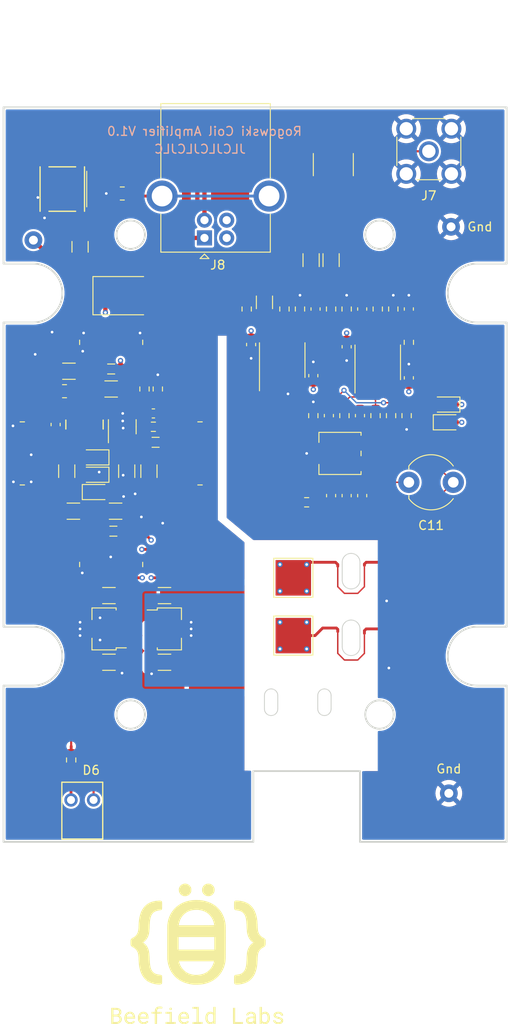
<source format=kicad_pcb>
(kicad_pcb (version 20211014) (generator pcbnew)
  (layers (0 "F.Cu" signal) (1 "In1.Cu" signal) (2 "In2.Cu" signal) (31 "B.Cu" signal) (34 "B.Paste" user) (35 "F.Paste" user) (36 "B.SilkS" user "B.Silkscreen") (37 "F.SilkS" user "F.Silkscreen") (38 "B.Mask" user) (39 "F.Mask" user) (44 "Edge.Cuts" user))
  (net 0 "")
  (net 1 "VDD")
  (net 2 "GND")
  (net 3 "VSS")
  (net 4 "Net-(C4-Pad2)")
  (net 5 "Net-(C14-Pad2)")
  (net 6 "/int_fb")
  (net 7 "Net-(C15-Pad1)")
  (net 8 "Net-(C15-Pad2)")
  (net 9 "Net-(C17-Pad2)")
  (net 10 "Net-(C19-Pad1)")
  (net 11 "/int_out")
  (net 12 "/VBUS")
  (net 13 "Net-(GD1-Pad1)")
  (net 14 "Net-(R2-Pad2)")
  (net 15 "Net-(R5-Pad1)")
  (net 16 "Net-(R11-Pad1)")
  (net 17 "Net-(D11-Pad1)")
  (net 18 "Net-(C16-Pad2)")
  (net 19 "Net-(C21-Pad1)")
  (net 20 "Net-(C21-Pad2)")
  (net 21 "Net-(C22-Pad1)")
  (net 22 "/VDD_unreg")
  (net 23 "Net-(C23-Pad1)")
  (net 24 "/VSS_unreg")
  (net 25 "Net-(C28-Pad1)")
  (net 26 "Net-(C29-Pad2)")
  (net 27 "/out")
  (net 28 "Net-(U1-Pad1)")
  (net 29 "Net-(D6-Pad2)")
  (net 30 "Net-(F1-Pad1)")
  (net 31 "Net-(E1-Pad2)")
  (net 32 "Net-(J8-Pad1)")
  (net 35 "Net-(J8-Pad4)")
  (net 36 "Net-(J8-Pad5)")
  (net 37 "Net-(R15-Pad1)")
  (net 38 "Net-(C1-Pad1)")
  (net 39 "/return_kelvin")
  (footprint "wbraun_smd:L_CommonModeChoke_Murata_DLW5BTM" (layer "F.Cu") (at 82.5 73.25 -90)
    (fp_text reference "L2" hide)
    (fp_text value "DLW5BTM142SQ2L" hide)
  )
  (footprint "Capacitor_SMD:C_0603_1608Metric" (layer "F.Cu") (at 103.75 90.75 -90)
    (fp_text reference "C5" hide)
    (fp_text value "0.47u" hide)
  )
  (footprint "Inductor_SMD:L_0805_2012Metric" (layer "F.Cu") (at 93 101.75)
    (fp_text reference "FB3" hide)
    (fp_text value "FerriteBead_Small" hide)
  )
  (footprint "Package_SO:SOIC-8_3.9x4.9mm_P1.27mm" (layer "F.Cu") (at 107.25 92.5 90)
    (fp_text reference "U1" hide)
    (fp_text value "TLV2172" hide)
  )
  (footprint "Capacitor_SMD:C_0603_1608Metric" (layer "F.Cu") (at 116.25 107.75 90)
    (fp_text reference "C9" hide)
    (fp_text value "100p" hide)
  )
  (footprint "Resistor_SMD:R_0603_1608Metric" (layer "F.Cu") (at 110 108.5)
    (fp_text reference "R1" hide)
    (fp_text value "47")
  )
  (footprint "Capacitor_SMD:C_1206_3216Metric" (layer "F.Cu") (at 83.75 109.5)
    (fp_text reference "C3" hide)
    (fp_text value "10u")
  )
  (footprint "Resistor_SMD:R_0603_1608Metric" (layer "F.Cu") (at 109.25 86.75 -90)
    (fp_text reference "R9" hide)
    (fp_text value "2k")
  )
  (footprint "Diode_SMD:D_SOD-323F" (layer "F.Cu") (at 125.75 97.5 180)
    (fp_text reference "D1" hide)
    (fp_text value "1N4148" hide)
  )
  (footprint "Diode_SMD:D_SOD-323" (layer "F.Cu") (at 86.25 105.4 180)
    (fp_text reference "D4" hide)
    (fp_text value "BAT760-7")
  )
  (footprint "Capacitor_SMD:C_1206_3216Metric" (layer "F.Cu") (at 105.25 86 90)
    (fp_text reference "C15" hide)
    (fp_text value "47n")
  )
  (footprint "Capacitor_SMD:C_1206_3216Metric" (layer "F.Cu") (at 94 126.5 180)
    (fp_text reference "C31" hide)
    (fp_text value "10u" hide)
  )
  (footprint "Capacitor_SMD:C_1206_3216Metric" (layer "F.Cu") (at 83 105 90)
    (fp_text reference "C23" hide)
    (fp_text value "10u" hide)
  )
  (footprint "TestPoint:TestPoint_Pad_4.0x4.0mm" (layer "F.Cu") (at 108.5 117)
    (fp_text reference "TP11" hide)
    (fp_text value "TestPoint" hide)
  )
  (footprint "Resistor_SMD:R_0603_1608Metric" (layer "F.Cu") (at 121.5 90.5 -90)
    (fp_text reference "R10" hide)
    (fp_text value "470" hide)
  )
  (footprint "Resistor_SMD:R_0603_1608Metric" (layer "F.Cu") (at 93.25 95.75 -90)
    (fp_text reference "R16" hide)
    (fp_text value "13k" hide)
  )
  (footprint "Capacitor_SMD:C_0603_1608Metric" (layer "F.Cu") (at 116 98.75 -90)
    (fp_text reference "C14" hide)
    (fp_text value "330p" hide)
  )
  (footprint "Diode_SMD:D_SMB" (layer "F.Cu") (at 89.5 85.25)
    (fp_text reference "D11" hide)
    (fp_text value "P6SMB6.8CA/TR13")
  )
  (footprint "Inductor_SMD:L_0805_2012Metric" (layer "F.Cu") (at 88.25 111.75)
    (fp_text reference "FB4" hide)
    (fp_text value "FerriteBead_Small" hide)
  )
  (footprint "wbraun_smd:Spark_Gap" (layer "F.Cu") (at 119.25 124.5 90)
    (fp_text reference "E2" hide)
    (fp_text value "SparkGap" hide)
  )
  (footprint "Resistor_SMD:R_1206_3216Metric" (layer "F.Cu") (at 110.5 81.25 -90)
    (fp_text reference "R21" hide)
    (fp_text value "100")
  )
  (footprint "wbraun_smd:L_VLCF4020" (layer "F.Cu") (at 85 99.75)
    (fp_text reference "L1" hide)
    (fp_text value "10u" hide)
  )
  (footprint "Capacitor_SMD:C_1206_3216Metric" (layer "F.Cu") (at 92.25 105 -90)
    (fp_text reference "C2" hide)
    (fp_text value "10u")
  )
  (footprint "wbraun_smd:THM_MINI" (layer "F.Cu") (at 126.25 77.5)
    (fp_text reference "TP4" hide)
    (fp_text value "TestPoint" hide)
  )
  (footprint "Capacitor_SMD:C_1206_3216Metric" (layer "F.Cu") (at 87.75 126.5 180)
    (fp_text reference "C30" hide)
    (fp_text value "10u" hide)
  )
  (footprint "Resistor_SMD:R_0603_1608Metric" (layer "F.Cu") (at 107.5 86.75 90)
    (fp_text reference "R7" hide)
    (fp_text value "22k")
  )
  (footprint "Fuse:Fuse_1206_3216Metric" (layer "F.Cu") (at 84.5 79.75 -90)
    (fp_text reference "F1" hide)
    (fp_text value "0.5A" hide)
  )
  (footprint "Capacitor_SMD:C_0603_1608Metric" (layer "F.Cu") (at 116.25 86.75 -90)
    (fp_text reference "C17" hide)
    (fp_text value "DNP")
  )
  (footprint "Capacitor_SMD:C_1206_3216Metric" (layer "F.Cu") (at 87.75 119 180)
    (fp_text reference "C28" hide)
    (fp_text value "10u" hide)
  )
  (footprint "wbraun_smd:Spark_Gap" (layer "F.Cu") (at 119 117 90)
    (fp_text reference "E1" hide)
    (fp_text value "SparkGap" hide)
  )
  (footprint "Resistor_SMD:R_0603_1608Metric" (layer "F.Cu") (at 83.5 137.5 90)
    (fp_text reference "R25" hide)
    (fp_text value "4.7k")
  )
  (footprint "wbraun_smd:Beefield_logo" (layer "F.Cu") (at 97.75 159.25)
    (fp_text reference "G***" hide)
    (fp_text value "LOGO" hide)
  )
  (footprint "wbraun_smd:Shield_Clip_ECT81800C036" (layer "F.Cu") (at 98 103 90)
    (fp_text reference "J4" hide)
    (fp_text value "ECT81800C036" hide)
  )
  (footprint "Resistor_SMD:R_0603_1608Metric" (layer "F.Cu") (at 91.75 95.75 90)
    (fp_text reference "R15" hide)
    (fp_text value "82k" hide)
  )
  (footprint "Capacitor_SMD:C_0603_1608Metric" (layer "F.Cu") (at 114.5 91 -90)
    (fp_text reference "C12" hide)
    (fp_text value "0.47u" hide)
  )
  (footprint "wbraun_smd:Shield_Clip_ECT81800C036" (layer "F.Cu") (at 78 103 90)
    (fp_text reference "J2" hide)
    (fp_text value "ECT81800C036" hide)
  )
  (footprint "Capacitor_SMD:C_1206_3216Metric" (layer "F.Cu") (at 88 95.75)
    (fp_text reference "C20" hide)
    (fp_text value "10u" hide)
  )
  (footprint "Capacitor_SMD:C_0603_1608Metric" (layer "F.Cu") (at 112.5 98.75 -90)
    (fp_text reference "C4" hide)
    (fp_text value "DNP")
  )
  (footprint "Resistor_SMD:R_0603_1608Metric" (layer "F.Cu") (at 110.75 98.75 90)
    (fp_text reference "R6" hide)
    (fp_text value "DNP")
  )
  (footprint "Potentiometer_SMD:Potentiometer_Bourns_3314G_Vertical" (layer "F.Cu") (at 113.75 103 -90)
    (fp_text reference "RV1" hide)
    (fp_text value "200")
  )
  (footprint "Resistor_SMD:R_0603_1608Metric" (layer "F.Cu") (at 118 86.75 -90)
    (fp_text reference "R12" hide)
    (fp_text value "470" hide)
  )
  (footprint "Resistor_SMD:R_0603_1608Metric" (layer "F.Cu") (at 117.75 98.75 90)
    (fp_text reference "R5" hide)
    (fp_text value "365" hide)
  )
  (footprint "TestPoint:TestPoint_Pad_4.0x4.0mm" (layer "F.Cu") (at 108.5 123.5)
    (fp_text reference "TP12" hide)
    (fp_text value "TestPoint" hide)
  )
  (footprint "Diode_SMD:D_SOD-323" (layer "F.Cu") (at 86.25 107.35)
    (fp_text reference "D5" hide)
    (fp_text value "BAT760-7")
  )
  (footprint "wbraun_smd:Shield_Clip_ECT81800C036" (layer "F.Cu") (at 88 90.5)
    (fp_text reference "J1" hide)
    (fp_text value "ECT81800C036" hide)
  )
  (footprint "wbraun_smd:USB_B_OST_USB-B1HSxx_Horizontal" (layer "F.Cu") (at 98.5 78.75 90)
    (fp_text reference "J8")
    (fp_text value "USB_B" hide)
  )
  (footprint "Resistor_SMD:R_0805_2012Metric" (layer "F.Cu") (at 89.25 73.75 180)
    (fp_text reference "R19" hide)
    (fp_text value "DNP" hide)
  )
  (footprint "Capacitor_SMD:C_0603_1608Metric" (layer "F.Cu") (at 111 86.75 -90)
    (fp_text reference "C16" hide)
    (fp_text value "DNP")
  )
  (footprint "Capacitor_SMD:C_0603_1608Metric" (layer "F.Cu") (at 92.75 98.5)
    (fp_text reference "C22" hide)
    (fp_text value "330p" hide)
  )
  (footprint "NetTie:NetTie-2_SMD_Pad0.5mm" (layer "F.Cu") (at 110.75 106.25 180)
    (fp_text reference "NT1" hide)
    (fp_text value "NetTie_2" hide)
  )
  (footprint "Resistor_SMD:R_1206_3216Metric" (layer "F.Cu") (at 112.75 81.25 -90)
    (fp_text reference "R13" hide)
    (fp_text value "100" hide)
  )
  (footprint "Capacitor_SMD:C_1206_3216Metric" (layer "F.Cu") (at 89.75 105 -90)
    (fp_text reference "C25" hide)
    (fp_text value "10u" hide)
  )
  (footprint "Capacitor_SMD:C_0603_1608Metric" (layer "F.Cu") (at 114.5 107.75 90)
    (fp_text reference "C10" hide)
    (fp_text value "DNP" hide)
  )
  (footprint "Resistor_SMD:R_0603_1608Metric" (layer "F.Cu") (at 119.75 86.75 90)
    (fp_text reference "R11" hide)
    (fp_text value "470" hide)
  )
  (footprint "Capacitor_SMD:C_1206_3216Metric" (layer "F.Cu") (at 83.25 93.75 180)
    (fp_text reference "C7" hide)
    (fp_text value "10u")
  )
  (footprint "Resistor_SMD:R_0603_1608Metric" (layer "F.Cu") (at 114.5 86.75 90)
    (fp_text reference "R20" hide)
    (fp_text value "DNP")
  )
  (footprint "Resistor_SMD:R_0603_1608Metric" (layer "F.Cu") (at 119.5 98.75 90)
    (fp_text reference "R2" hide)
    (fp_text value "22k" hide)
  )
  (footprint "wbraun_smd:THM_MINI" (layer "F.Cu") (at 126 141.25)
    (fp_text reference "TP6" hide)
    (fp_text value "TestPoint" hide)
  )
  (footprint "Resistor_SMD:R_0603_1608Metric" (layer "F.Cu") (at 112.75 86.75 90)
    (fp_text reference "R8" hide)
    (fp_text value "10k")
  )
  (footprint "Resistor_SMD:R_0603_1608Metric" (layer "F.Cu") (at 92.75 100 180)
    (fp_text reference "R18" hide)
    (fp_text value "82k" hide)
  )
  (footprint "Resistor_SMD:R_0805_2012Metric" (layer "F.Cu") (at 82.75 96 180)
    (fp_text reference "R17" hide)
    (fp_text value "DNP" hide)
  )
  (footprint "wbraun_smd:GDT_1812" (layer "F.Cu") (at 113 70.5 90)
    (fp_text reference "GD1" hide)
    (fp_text value "GDT_2Pin" hide)
  )
  (footprint "Package_TO_SOT_SMD:SOT-89-3" (layer "F.Cu") (at 94.25 122.75)
    (fp_text reference "U5" hide)
    (fp_text value "MC79L06F-TP" hide)
  )
  (footprint "Capacitor_SMD:C_0603_1608Metric" (layer "F.Cu") (at 110.75 94.25 -90)
    (fp_text reference "C6" hide)
    (fp_text value "0.47u" hide)
  )
  (footprint "Resistor_SMD:R_0603_1608Metric" (layer "F.Cu") (at 121.25 98.75 90)
    (fp_text reference "R3" hide)
    (fp_text value "8.2k" hide)
  )
  (footprint "Capacitor_SMD:C_0603_1608Metric" (layer "F.Cu") (at 81.75 99.75 -90)
    (fp_text reference "C21" hide)
    (fp_text value "DNP" hide)
  )
  (footprint "Inductor_SMD:L_0805_2012Metric" (layer "F.Cu") (at 88 93.5 180)
    (fp_text reference "FB5" hide)
    (fp_text value "FerriteBead_Small" hide)
  )
  (footprint "Diode_SMD:D_SOD-323" (layer "F.Cu") (at 86.25 103.45 180)
    (fp_text reference "D3" hide)
    (fp_text value "BAT760-7")
  )
  (footprint "wbraun_smd:LED-T1-RIGHT-ANGLE_4.6x4.4mm" (layer "F.Cu") (at 84.75 142 90)
    (fp_text reference "D6")
    (fp_text value "LTST-S220KGKT")
  )
  (footprint "Capacitor_SMD:C_1206_3216Metric" (layer "F.Cu") (at 88.5 109.5 180)
    (fp_text reference "C27" hide)
    (fp_text value "10u" hide)
  )
  (footprint "Capacitor_SMD:C_1206_3216Metric" (layer "F.Cu") (at 94 119)
    (fp_text reference "C29" hide)
    (fp_text value "10u" hide)
  )
  (footprint "Package_SO:SOIC-8_3.9x4.9mm_P1.27mm" (layer "F.Cu") (at 118 92.75 90)
    (fp_text reference "U2" hide)
    (fp_text value "OPA2822" hide)
  )
  (footprint "Package_TO_SOT_SMD:SOT-89-3" (layer "F.Cu") (at 87.5 122.75 180)
    (fp_text reference "U4" hide)
    (fp_text value "MC78L06F-TP" hide)
  )
  (footprint "wbraun_smd:Shield_Clip_ECT81800C036" (layer "F.Cu") (at 88 115.5)
    (fp_text reference "J3" hide)
    (fp_text value "ECT81800C036" hide)
  )
  (footprint "Resistor_SMD:R_0603_1608Metric" (layer "F.Cu") (at 103.25 86.75 -90)
    (fp_text reference "R4" hide)
    (fp_text value "22k" hide)
  )
  (footprint "wbraun_smd:C_Trimmer_GKG_6mm" (layer "F.Cu") (at 124 106.25 180)
    (fp_text reference "C11")
    (fp_text value "12-60p")
  )
  (footprint "Capacitor_SMD:C_0603_1608Metric" (layer "F.Cu") (at 121.5 86.75 90)
    (fp_text reference "C19" hide)
    (fp_text value "10p" hide)
  )
  (footprint "Package_TO_SOT_SMD:SOT-23-5" (layer "F.Cu") (at 89.25 100 90)
    (fp_text reference "U3" hide)
    (fp_text value "LMR62014XMF" hide)
  )
  (footprint "Resistor_SMD:R_0603_1608Metric" (layer "F.Cu") (at 114.25 98.75 -90)
    (fp_text reference "R14" hide)
    (fp_text value "0" hide)
  )
  (footprint "wbraun_smd:THM_MINI" (layer "F.Cu") (at 79.25 79)
    (fp_text reference "TP14" hide)
    (fp_text value "TestPoint" hide)
  )
  (footprint "Diode_SMD:D_SOD-323F" (layer "F.Cu") (at 125.75 99.5)
    (fp_text reference "D2" hide)
    (fp_text value "1N4148" hide)
  )
  (footprint "wbraun_smd:SMA_Molex_73251-2200_Horizontal" (layer "F.Cu") (at 123.75 69)
    (fp_text reference "J7")
    (fp_text value "Conn_Coaxial" hide)
  )
  (footprint "Capacitor_SMD:C_0603_1608Metric" (layer "F.Cu") (at 112.75 107.75 90)
    (fp_text reference "C1" hide)
    (fp_text value "DNP" hide)
  )
  (footprint "Capacitor_SMD:C_0603_1608Metric" (layer "F.Cu") (at 121.5 94.5 -90)
    (fp_text reference "C13" hide)
    (fp_text value "0.47u" hide)
  )
  (gr_line (start 132.5 64.054126) (end 75.888747 64.054126) (layer "Edge.Cuts") (width 0.2))
  (gr_line (start 132.5 88.270217) (end 129.194374 88.270217) (layer "Edge.Cuts") (width 0.2))
  (gr_line (start 111.25 130.25) (end 111.25 131.75) (layer "Edge.Cuts") (width 0.1))
  (gr_circle (center 90.194374 132.385108) (end 91.794374 132.385108) (layer "Edge.Cuts") (width 0.2) (fill none))
  (gr_arc (start 116 117.25) (mid 115 118.25) (end 114 117.25) (layer "Edge.Cuts") (width 0.1))
  (gr_line (start 132.5 122.5) (end 132.5 88.270217) (layer "Edge.Cuts") (width 0.2))
  (gr_line (start 75.888747 146.716091) (end 104 146.716091) (layer "Edge.Cuts") (width 0.2))
  (gr_arc (start 111.25 130.25) (mid 112 129.5) (end 112.75 130.25) (layer "Edge.Cuts") (width 0.1))
  (gr_line (start 106.75 130.25) (end 106.75 131.75) (layer "Edge.Cuts") (width 0.1))
  (gr_line (start 114 117.25) (end 114 115.25) (layer "Edge.Cuts") (width 0.1))
  (gr_line (start 132.5 81.638034) (end 132.5 64.054126) (layer "Edge.Cuts") (width 0.2))
  (gr_arc (start 129.194374 129.132183) (mid 125.878279 125.816088) (end 129.194374 122.5) (layer "Edge.Cuts") (width 0.2))
  (gr_line (start 75.888747 64.054126) (end 75.888747 81.638034) (layer "Edge.Cuts") (width 0.2))
  (gr_arc (start 112.75 131.75) (mid 112 132.5) (end 111.25 131.75) (layer "Edge.Cuts") (width 0.1))
  (gr_arc (start 114 122.75) (mid 115 121.75) (end 116 122.75) (layer "Edge.Cuts") (width 0.1))
  (gr_line (start 129.194374 122.5) (end 132.5 122.5) (layer "Edge.Cuts") (width 0.2))
  (gr_line (start 132.5 129.132183) (end 129.194374 129.132183) (layer "Edge.Cuts") (width 0.2))
  (gr_line (start 75.888747 81.638034) (end 79.194374 81.638034) (layer "Edge.Cuts") (width 0.2))
  (gr_line (start 75.888747 129.132183) (end 75.888747 146.716091) (layer "Edge.Cuts") (width 0.2))
  (gr_line (start 104 138.75) (end 104 146.716091) (layer "Edge.Cuts") (width 0.2))
  (gr_line (start 116 138.75) (end 116 146.716091) (layer "Edge.Cuts") (width 0.2))
  (gr_arc (start 129.194374 88.270217) (mid 125.878285 84.954128) (end 129.194374 81.638034) (layer "Edge.Cuts") (width 0.2))
  (gr_line (start 75.888747 122.5) (end 79.194374 122.5) (layer "Edge.Cuts") (width 0.2))
  (gr_line (start 116 146.716091) (end 132.5 146.716091) (layer "Edge.Cuts") (width 0.2))
  (gr_line (start 116 117.25) (end 116 115.25) (layer "Edge.Cuts") (width 0.1))
  (gr_line (start 112.75 130.25) (end 112.75 131.75) (layer "Edge.Cuts") (width 0.1))
  (gr_line (start 75.888747 88.270217) (end 75.888747 122.5) (layer "Edge.Cuts") (width 0.2))
  (gr_line (start 116 124.75) (end 116 122.75) (layer "Edge.Cuts") (width 0.1))
  (gr_line (start 79.194374 129.132183) (end 75.888747 129.132183) (layer "Edge.Cuts") (width 0.2))
  (gr_line (start 132.5 146.716091) (end 132.5 129.132183) (layer "Edge.Cuts") (width 0.2))
  (gr_line (start 114 124.75) (end 114 122.75) (layer "Edge.Cuts") (width 0.1))
  (gr_arc (start 116 124.75) (mid 115 125.75) (end 114 124.75) (layer "Edge.Cuts") (width 0.1))
  (gr_arc (start 105.25 130.25) (mid 106 129.5) (end 106.75 130.25) (layer "Edge.Cuts") (width 0.1))
  (gr_line (start 129.194374 81.638034) (end 132.5 81.638034) (layer "Edge.Cuts") (width 0.2))
  (gr_line (start 79.194374 88.270217) (end 75.888747 88.270217) (layer "Edge.Cuts") (width 0.2))
  (gr_circle (center 118.194374 78.385108) (end 119.794374 78.385108) (layer "Edge.Cuts") (width 0.2) (fill none))
  (gr_arc (start 79.194374 122.5) (mid 82.510466 125.816092) (end 79.194374 129.132183) (layer "Edge.Cuts") (width 0.2))
  (gr_circle (center 90.194374 78.385108) (end 91.794374 78.385108) (layer "Edge.Cuts") (width 0.2) (fill none))
  (gr_line (start 116 138.75) (end 104 138.75) (layer "Edge.Cuts") (width 0.2))
  (gr_line (start 105.25 130.25) (end 105.25 131.75) (layer "Edge.Cuts") (width 0.1))
  (gr_arc (start 114 115.25) (mid 115 114.25) (end 116 115.25) (layer "Edge.Cuts") (width 0.1))
  (gr_arc (start 106.75 131.75) (mid 106 132.5) (end 105.25 131.75) (layer "Edge.Cuts") (width 0.1))
  (gr_circle (center 118.194374 132.385108) (end 119.794374 132.385108) (layer "Edge.Cuts") (width 0.2) (fill none))
  (gr_arc (start 79.194374 81.638034) (mid 82.510467 84.954126) (end 79.194374 88.270217) (layer "Edge.Cuts") (width 0.2))
  (gr_text "JLCJLCJLCJLC" (at 98 68.75) (layer "B.SilkS") (effects (font (size 1 1)) (justify mirror)))
  (gr_text "Rogowski Coil Amplifier V1.0" (at 98.5 66.75) (layer "B.SilkS") (effects (font (size 1 1)) (justify mirror)))
  (gr_text "Gnd" (at 129.5 77.5) (layer "F.SilkS") (effects (font (size 1 1))))
  (gr_text "Gnd" (at 126 138.5) (layer "F.SilkS") (effects (font (size 1 1))))
  (segment (start 83.5 136.675) (end 83.5 135.95) (width 0.32) (layer "F.Cu") (net 1))
  (segment (start 126.85 97.5) (end 127.45 97.5) (width 0.16) (layer "F.Cu") (net 1))
  (segment (start 89.15 124.25) (end 89.15 126.425) (width 0.32) (layer "F.Cu") (net 1))
  (segment (start 103.75 89.975) (end 105.295 89.975) (width 0.32) (layer "F.Cu") (net 1))
  (segment (start 83.5 135.95) (end 83.5 133.45) (width 0.24) (layer "F.Cu") (net 1))
  (segment (start 89.225 126.5) (end 89.225 127.725) (width 0.32) (layer "F.Cu") (net 1))
  (segment (start 89.225 127.725) (end 89.25 127.75) (width 0.32) (layer "F.Cu") (net 1))
  (segment (start 114.5 90.225) (end 114.5 89.45) (width 0.32) (layer "F.Cu") (net 1))
  (segment (start 103.75 89.975) (end 103.75 89.2) (width 0.32) (layer "F.Cu") (net 1))
  (segment (start 83.5 133.45) (end 89.225 127.725) (width 0.24) (layer "F.Cu") (net 1))
  (segment (start 89.15 126.425) (end 89.225 126.5) (width 0.32) (layer "F.Cu") (net 1))
  (segment (start 114.55 90.275) (end 114.5 90.225) (width 0.32) (layer "F.Cu") (net 1))
  (segment (start 116.095 90.275) (end 114.55 90.275) (width 0.32) (layer "F.Cu") (net 1))
  (segment (start 105.295 89.975) (end 105.345 90.025) (width 0.32) (layer "F.Cu") (net 1))
  (via (at 103.75 89.2) (size 0.6) (drill 0.3) (layers "F.Cu" "B.Cu") (net 1))
  (via (at 127.45 97.5) (size 0.6) (drill 0.3) (layers "F.Cu" "B.Cu") (net 1))
  (via (at 89.225 127.725) (size 0.6) (drill 0.3) (layers "F.Cu" "B.Cu") (net 1))
  (via (at 114.5 89.45) (size 0.6) (drill 0.3) (layers "F.Cu" "B.Cu") (net 1))
  (segment (start 93.25 94.925) (end 93.25 94.15) (width 0.24) (layer "F.Cu") (net 2))
  (segment (start 107.885 96.285) (end 107.9 96.3) (width 0.16) (layer "F.Cu") (net 2))
  (segment (start 121.25 99.575) (end 121.25 100.3) (width 0.16) (layer "F.Cu") (net 2))
  (segment (start 119.25 126.25) (end 119.25 127.15) (width 0.16) (layer "F.Cu") (net 2))
  (segment (start 116.5 104.15) (end 114.25 104.15) (width 0.16) (layer "F.Cu") (net 2))
  (segment (start 111 104.45) (end 111 103) (width 0.32) (layer "F.Cu") (net 2))
  (segment (start 109.25 85.925) (end 109.25 85.2) (width 0.16) (layer "F.Cu") (net 2))
  (segment (start 119 118.75) (end 119 119.6) (width 0.16) (layer "F.Cu") (net 2))
  (segment (start 110.25 106.25) (end 110.25 105.2) (width 0.32) (layer "F.Cu") (net 2))
  (segment (start 81 74.2) (end 79.75 74.2) (width 0.48) (layer "F.Cu") (net 2))
  (segment (start 114.5 91.775) (end 114.5 92.55) (width 0.32) (layer "F.Cu") (net 2))
  (segment (start 107.885 94.975) (end 107.885 96.285) (width 0.16) (layer "F.Cu") (net 2))
  (segment (start 103.75 91.525) (end 103.75 92.3) (width 0.32) (layer "F.Cu") (net 2))
  (segment (start 119.75 85.925) (end 119.75 85.2) (width 0.16) (layer "F.Cu") (net 2))
  (segment (start 110.25 105.2) (end 111 104.45) (width 0.32) (layer "F.Cu") (net 2))
  (segment (start 114.25 104.15) (end 113.1 103) (width 0.16) (layer "F.Cu") (net 2))
  (segment (start 107.5 85.925) (end 109.25 85.925) (width 0.16) (layer "F.Cu") (net 2))
  (segment (start 110.75 93.475) (end 110.75 92.7) (width 0.32) (layer "F.Cu") (net 2))
  (segment (start 111 85.975) (end 109.3 85.975) (width 0.16) (layer "F.Cu") (net 2))
  (segment (start 121.5 93.725) (end 121.5 92.95) (width 0.32) (layer "F.Cu") (net 2))
  (segment (start 88.3375 73.75) (end 87.45 73.75) (width 0.32) (layer "F.Cu") (net 2))
  (segment (start 114.5 85.925) (end 114.5 85.2) (width 0.16) (layer "F.Cu") (net 2))
  (segment (start 121.5 85.975) (end 121.5 85.2) (width 0.16) (layer "F.Cu") (net 2))
  (segment (start 80.5 75.3) (end 80.5 76.5) (width 0.48) (layer "F.Cu") (net 2))
  (segment (start 110.75 97.925) (end 110.75 97.2) (width 0.16) (layer "F.Cu") (net 2))
  (segment (start 113.1 103) (end 111 103) (width 0.16) (layer "F.Cu") (net 2))
  (segment (start 109.3 85.975) (end 109.25 85.925) (width 0.16) (layer "F.Cu") (net 2))
  (segment (start 111 103) (end 110 103) (width 0.16) (layer "F.Cu") (net 2))
  (via (at 87.45 73.75) (size 0.6) (drill 0.3) (layers "F.Cu" "B.Cu") (net 2))
  (via (at 89.3 98.5) (size 0.6) (drill 0.3) (layers "F.Cu" "B.Cu") (net 2))
  (via (at 93.8 110.85) (size 0.6) (drill 0.3) (layers "F.Cu" "B.Cu") (net 2))
  (via (at 121.5 85.2) (size 0.6) (drill 0.3) (layers "F.Cu" "B.Cu") (net 2))
  (via (at 119 119.6) (size 0.6) (drill 0.3) (layers "F.Cu" "B.Cu") (net 2))
  (via (at 110.75 97.2) (size 0.6) (drill 0.3) (layers "F.Cu" "B.Cu") (net 2))
  (via (at 89.3 99.35) (size 0.6) (drill 0.3) (layers "F.Cu" "B.Cu") (net 2))
  (via (at 81.35 89.35) (size 0.6) (drill 0.3) (layers "F.Cu" "B.Cu") (net 2))
  (via (at 119.75 85.2) (size 0.6) (drill 0.3) (layers "F.Cu" "B.Cu") (net 2))
  (via (at 93.25 94.15) (size 0.6) (drill 0.3) (layers "F.Cu" "B.Cu") (net 2))
  (via (at 84.8 91.5) (size 0.6) (drill 0.3) (layers "F.Cu" "B.Cu") (net 2))
  (via (at 84.75 116.45) (size 0.6) (drill 0.3) (layers "F.Cu" "B.Cu") (net 2))
  (via (at 109.25 85.2) (size 0.6) (drill 0.3) (layers "F.Cu" "B.Cu") (net 2))
  (via (at 84.5 122.75) (size 0.6) (drill 0.3) (layers "F.Cu" "B.Cu") (net 2))
  (via (at 119.25 127.15) (size 0.6) (drill 0.3) (layers "F.Cu" "B.Cu") (net 2))
  (via (at 91.25 89.45) (size 0.6) (drill 0.3) (layers "F.Cu" "B.Cu") (net 2))
  (via (at 107.9 96.3) (size 0.6) (drill 0.3) (layers "F.Cu" "B.Cu") (net 2))
  (via (at 80.5 76.5) (size 0.6) (drill 0.3) (layers "F.Cu" "B.Cu") (net 2))
  (via (at 84.5 122) (size 0.6) (drill 0.3) (layers "F.Cu" "B.Cu") (net 2))
  (via (at 87.95 114.65) (size 0.6) (drill 0.3) (layers "F.Cu" "B.Cu") (net 2))
  (via (at 89.35 105.45) (size 0.6) (drill 0.3) (layers "F.Cu" "B.Cu") (net 2))
  (via (at 89.35 100.15) (size 0.6) (drill 0.3) (layers "F.Cu" "B.Cu") (net 2))
  (via (at 84.9 89.45) (size 0.6) (drill 0.3) (layers "F.Cu" "B.Cu") (net 2))
  (via (at 103.75 92.3) (size 0.6) (drill 0.3) (layers "F.Cu" "B.Cu") (net 2))
  (via (at 110 103) (size 0.6) (drill 0.3) (layers "F.Cu" "B.Cu") (net 2))
  (via (at 89.4 107.85) (size 0.6) (drill 0.3) (layers "F.Cu" "B.Cu") (net 2))
  (via (at 114.5 92.55) (size 0.6) (drill 0.3) (layers "F.Cu" "B.Cu") (net 2))
  (via (at 86.75 124) (size 0.6) (drill 0.3) (layers "F.Cu" "B.Cu") (net 2))
  (via (at 110.75 92.7) (size 0.6) (drill 0.3) (layers "F.Cu" "B.Cu") (net 2))
  (via (at 84.5 123.5) (size 0.6) (drill 0.3) (layers "F.Cu" "B.Cu") (net 2))
  (via (at 91.4 110.15) (size 0.6) (drill 0.3) (layers "F.Cu" "B.Cu") (net 2))
  (via (at 77 106.2) (size 0.6) (drill 0.3) (layers "F.Cu" "B.Cu") (net 2))
  (via (at 76.95 99.9) (size 0.6) (drill 0.3) (layers "F.Cu" "B.Cu") (net 2))
  (via (at 121.5 92.95) (size 0.6) (drill 0.3) (layers "F.Cu" "B.Cu") (net 2))
  (via (at 114.5 85.2) (size 0.6) (drill 0.3) (layers "F.Cu" "B.Cu") (net 2))
  (via (at 79 103.15) (size 0.6) (drill 0.3) (layers "F.Cu" "B.Cu") (net 2))
  (via (at 86.75 121.5) (size 0.6) (drill 0.3) (layers "F.Cu" "B.Cu") (net 2))
  (via (at 86.65 105.1) (size 0.6) (drill 0.3) (layers "F.Cu" "B.Cu") (net 2))
  (via (at 79 106.2) (size 0.6) (drill 0.3) (layers "F.Cu" "B.Cu") (net 2))
  (via (at 121.25 100.3) (size 0.6) (drill 0.3) (layers "F.Cu" "B.Cu") (net 2))
  (via (at 79.45 91.85) (size 0.6) (drill 0.3) (layers "F.Cu" "B.Cu") (net 2))
  (via (at 79.75 74.2) (size 0.6) (drill 0.3) (layers "F.Cu" "B.Cu") (net 2))
  (via (at 90.7 107.55) (size 0.6) (drill 0.3) (layers "F.Cu" "B.Cu") (net 2))
  (segment (start 88.25 137.25) (end 93.75 137.25) (width 0.24) (layer "F.Cu") (net 3))
  (segment (start 92.525 126.5) (end 92.525 127.775) (width 0.32) (layer "F.Cu") (net 3))
  (segment (start 110.7 94.975) (end 110.75 95.025) (width 0.32) (layer "F.Cu") (net 3))
  (segment (start 94.5 129.75) (end 92.55 127.8) (width 0.24) (layer "F.Cu") (net 3))
  (segment (start 92.6 126.425) (end 92.525 126.5) (width 0.32) (layer "F.Cu") (net 3))
  (segment (start 110.75 95.025) (end 110.75 95.8) (width 0.32) (layer "F.Cu") (net 3))
  (segment (start 109.155 94.975) (end 110.7 94.975) (width 0.32) (layer "F.Cu") (net 3))
  (segment (start 126.85 99.5) (end 127.45 99.5) (width 0.16) (layer "F.Cu") (net 3))
  (segment (start 93.75 137.25) (end 94.5 136.5) (width 0.24) (layer "F.Cu") (net 3))
  (segment (start 121.45 95.225) (end 121.5 95.275) (width 0.32) (layer "F.Cu") (net 3))
  (segment (start 94.5 136.5) (end 94.5 129.75) (width 0.24) (layer "F.Cu") (net 3))
  (segment (start 92.6 124.25) (end 92.6 126.425) (width 0.32) (layer "F.Cu") (net 3))
  (segment (start 86.02 139.48) (end 88.25 137.25) (width 0.24) (layer "F.Cu") (net 3))
  (segment (start 86.02 142) (end 86.02 139.48) (width 0.24) (layer "F.Cu") (net 3))
  (segment (start 121.5 95.275) (end 121.5 96.05) (width 0.32) (layer "F.Cu") (net 3))
  (segment (start 92.525 127.775) (end 92.55 127.8) (width 0.32) (layer "F.Cu") (net 3))
  (segment (start 119.905 95.225) (end 121.45 95.225) (width 0.32) (layer "F.Cu") (net 3))
  (via (at 110.75 95.8) (size 0.6) (drill 0.3) (layers "F.Cu" "B.Cu") (net 3))
  (via (at 121.5 96.05) (size 0.6) (drill 0.3) (layers "F.Cu" "B.Cu") (net 3))
  (via (at 92.55 127.8) (size 0.6) (drill 0.3) (layers "F.Cu" "B.Cu") (net 3))
  (via (at 127.45 99.5) (size 0.6) (drill 0.3) (layers "F.Cu" "B.Cu") (net 3))
  (segment (start 112.5 99.525) (end 110.8 99.525) (width 0.16) (layer "F.Cu") (net 4))
  (segment (start 110.8 99.525) (end 110.75 99.575) (width 0.16) (layer "F.Cu") (net 4))
  (segment (start 116 99.525) (end 114.3 99.525) (width 0.16) (layer "F.Cu") (net 5))
  (segment (start 114.3 99.525) (end 114.25 99.575) (width 0.16) (layer "F.Cu") (net 5))
  (segment (start 118.6 99.4) (end 118.6 98.15) (width 0.16) (layer "F.Cu") (net 6))
  (segment (start 116 97.975) (end 117.7 97.975) (width 0.16) (layer "F.Cu") (net 6))
  (segment (start 118.775 99.575) (end 118.6 99.4) (width 0.16) (layer "F.Cu") (net 6))
  (segment (start 118.375 97.925) (end 117.75 97.925) (width 0.16) (layer "F.Cu") (net 6))
  (segment (start 117.7 97.975) (end 117.75 97.925) (width 0.16) (layer "F.Cu") (net 6))
  (segment (start 117.75 97.925) (end 117.75 97) (width 0.16) (layer "F.Cu") (net 6))
  (segment (start 118.6 98.15) (end 118.375 97.925) (width 0.16) (layer "F.Cu") (net 6))
  (segment (start 117.75 97) (end 117.365 96.615) (width 0.16) (layer "F.Cu") (net 6))
  (segment (start 117.365 96.615) (end 117.365 95.225) (width 0.16) (layer "F.Cu") (net 6))
  (segment (start 119.5 99.575) (end 118.775 99.575) (width 0.16) (layer "F.Cu") (net 6))
  (segment (start 105.4 88.5) (end 106.4 88.5) (width 0.16) (layer "F.Cu") (net 7))
  (segment (start 106.615 88.715) (end 106.615 90.025) (width 0.16) (layer "F.Cu") (net 7))
  (segment (start 105.25 88.35) (end 105.4 88.5) (width 0.16) (layer "F.Cu") (net 7))
  (segment (start 103.25 87.575) (end 105.15 87.575) (width 0.16) (layer "F.Cu") (net 7))
  (segment (start 105.15 87.575) (end 105.25 87.475) (width 0.16) (layer "F.Cu") (net 7))
  (segment (start 106.4 88.5) (end 106.615 88.715) (width 0.16) (layer "F.Cu") (net 7))
  (segment (start 105.25 87.475) (end 105.25 88.35) (width 0.16) (layer "F.Cu") (net 7))
  (segment (start 107.35 86.75) (end 106.95 86.75) (width 0.16) (layer "F.Cu") (net 8))
  (segment (start 107.885 88.635) (end 107.885 90.025) (width 0.16) (layer "F.Cu") (net 8))
  (segment (start 106.6 86.4) (end 106.6 84.9) (width 0.16) (layer "F.Cu") (net 8))
  (segment (start 107.5 87.575) (end 107.5 86.9) (width 0.16) (layer "F.Cu") (net 8))
  (segment (start 106.6 84.9) (end 106.225 84.525) (width 0.16) (layer "F.Cu") (net 8))
  (segment (start 107.5 87.575) (end 107.5 88.25) (width 0.16) (layer "F.Cu") (net 8))
  (segment (start 107.5 86.9) (end 107.35 86.75) (width 0.16) (layer "F.Cu") (net 8))
  (segment (start 106.225 84.525) (end 105.25 84.525) (width 0.16) (layer "F.Cu") (net 8))
  (segment (start 106.95 86.75) (end 106.6 86.4) (width 0.16) (layer "F.Cu") (net 8))
  (segment (start 107.5 88.25) (end 107.885 88.635) (width 0.16) (layer "F.Cu") (net 8))
  (segment (start 116.25 87.525) (end 114.55 87.525) (width 0.16) (layer "F.Cu") (net 9))
  (segment (start 114.55 87.525) (end 114.5 87.575) (width 0.16) (layer "F.Cu") (net 9))
  (segment (start 120.2 88.7) (end 121.5 88.7) (width 0.16) (layer "F.Cu") (net 10))
  (segment (start 119.905 90.275) (end 119.905 88.995) (width 0.16) (layer "F.Cu") (net 10))
  (segment (start 121.5 88.7) (end 121.5 89.675) (width 0.16) (layer "F.Cu") (net 10))
  (segment (start 121.5 87.525) (end 121.5 88.7) (width 0.16) (layer "F.Cu") (net 10))
  (segment (start 119.905 88.995) (end 120.2 88.7) (width 0.16) (layer "F.Cu") (net 10))
  (segment (start 114.25 97.925) (end 114.25 97.25) (width 0.16) (layer "F.Cu") (net 11))
  (segment (start 121.5 91.325) (end 121.5 92) (width 0.16) (layer "F.Cu") (net 11))
  (segment (start 116.095 96.505) (end 116.095 95.225) (width 0.16) (layer "F.Cu") (net 11))
  (segment (start 116.9 92.15) (end 116.095 92.955) (width 0.16) (layer "F.Cu") (net 11))
  (segment (start 114.2 97.975) (end 114.25 97.925) (width 0.16) (layer "F.Cu") (net 11))
  (segment (start 121.5 92) (end 121.35 92.15) (width 0.16) (layer "F.Cu") (net 11))
  (segment (start 116.095 92.955) (end 116.095 95.225) (width 0.16) (layer "F.Cu") (net 11))
  (segment (start 115.95 96.65) (end 116.095 96.505) (width 0.16) (layer "F.Cu") (net 11))
  (segment (start 114.25 97.25) (end 114.85 96.65) (width 0.16) (layer "F.Cu") (net 11))
  (segment (start 121.35 92.15) (end 116.9 92.15) (width 0.16) (layer "F.Cu") (net 11))
  (segment (start 112.5 97.975) (end 114.2 97.975) (width 0.16) (layer "F.Cu") (net 11))
  (segment (start 114.85 96.65) (end 115.95 96.65) (width 0.16) (layer "F.Cu") (net 11))
  (segment (start 91.2 91.85) (end 91.75 92.4) (width 0.16) (layer "F.Cu") (net 12))
  (segment (start 86.9375 92.2625) (end 87.35 91.85) (width 0.16) (layer "F.Cu") (net 12))
  (segment (start 86.9375 93.5) (end 86.9375 92.2625) (width 0.16) (layer "F.Cu") (net 12))
  (segment (start 87.35 91.85) (end 91.2 91.85) (width 0.16) (layer "F.Cu") (net 12))
  (segment (start 91.75 92.4) (end 91.75 94.925) (width 0.16) (layer "F.Cu") (net 12))
  (segment (start 113 72.75) (end 113 75) (width 0.24) (layer "F.Cu") (net 13))
  (segment (start 112.75 75.25) (end 112.75 79.7875) (width 0.24) (layer "F.Cu") (net 13))
  (segment (start 110.5 79.7875) (end 112.75 79.7875) (width 0.16) (layer "F.Cu") (net 13))
  (segment (start 123.75 69) (end 119.45 69) (width 0.24) (layer "F.Cu") (net 13))
  (segment (start 119.45 69) (end 115.7 72.75) (width 0.24) (layer "F.Cu") (net 13))
  (segment (start 113 75) (end 112.75 75.25) (width 0.24) (layer "F.Cu") (net 13))
  (segment (start 115.7 72.75) (end 113 72.75) (width 0.24) (layer "F.Cu") (net 13))
  (segment (start 119.4 97.3) (end 119.5 97.4) (width 0.16) (layer "F.Cu") (net 14))
  (segment (start 103.25 85.925) (end 102.475 85.925) (width 0.16) (layer "F.Cu") (net 14))
  (segment (start 104.5 98.15) (end 108.05 98.15) (width 0.16) (layer "F.Cu") (net 14))
  (segment (start 113.6 96.5) (end 114.2 95.9) (width 0.16) (layer "F.Cu") (net 14))
  (segment (start 109.7 96.7) (end 109.9 96.5) (width 0.16) (layer "F.Cu") (net 14))
  (segment (start 103.9 97.55) (end 104.5 98.15) (width 0.16) (layer "F.Cu") (net 14))
  (segment (start 108.05 98.15) (end 108.25 98.15) (width 0.16) (layer "F.Cu") (net 14))
  (segment (start 119.5 97.925) (end 121.25 97.925) (width 0.16) (layer "F.Cu") (net 14))
  (segment (start 108.25 98.15) (end 109.7 96.7) (width 0.16) (layer "F.Cu") (net 14))
  (segment (start 103.55 94) (end 103.55 95.4) (width 0.16) (layer "F.Cu") (net 14))
  (segment (start 102.475 85.925) (end 102.15 86.25) (width 0.16) (layer "F.Cu") (net 14))
  (segment (start 103.55 95.4) (end 103.55 97.2) (width 0.16) (layer "F.Cu") (net 14))
  (segment (start 102.15 92.6) (end 103.3 93.75) (width 0.16) (layer "F.Cu") (net 14))
  (segment (start 102.15 86.25) (end 102.15 92.6) (width 0.16) (layer "F.Cu") (net 14))
  (segment (start 111.2 96.5) (end 113.6 96.5) (width 0.16) (layer "F.Cu") (net 14))
  (segment (start 103.55 97.2) (end 103.9 97.55) (width 0.16) (layer "F.Cu") (net 14))
  (segment (start 119.5 97.4) (end 119.5 97.925) (width 0.16) (layer "F.Cu") (net 14))
  (segment (start 121.275 97.9) (end 121.25 97.925) (width 0.16) (layer "F.Cu") (net 14))
  (segment (start 118.65 97.3) (end 119.4 97.3) (width 0.16) (layer "F.Cu") (net 14))
  (segment (start 103.3 93.75) (end 103.55 94) (width 0.16) (layer "F.Cu") (net 14))
  (segment (start 109.9 96.5) (end 111.2 96.5) (width 0.16) (layer "F.Cu") (net 14))
  (via (at 114.2 95.9) (size 0.6) (drill 0.3) (layers "F.Cu" "B.Cu") (net 14))
  (via (at 118.65 97.3) (size 0.6) (drill 0.3) (layers "F.Cu" "B.Cu") (net 14))
  (segment (start 115.6 97.3) (end 118.65 97.3) (width 0.16) (layer "B.Cu") (net 14))
  (segment (start 114.2 95.9) (end 115.6 97.3) (width 0.16) (layer "B.Cu") (net 14))
  (segment (start 117.65 100.55) (end 117.75 100.45) (width 0.16) (layer "F.Cu") (net 15))
  (segment (start 117.75 100.45) (end 117.75 99.575) (width 0.16) (layer "F.Cu") (net 15))
  (segment (start 116.5 101.85) (end 116.5 100.8) (width 0.16) (layer "F.Cu") (net 15))
  (segment (start 116.5 100.8) (end 116.75 100.55) (width 0.16) (layer "F.Cu") (net 15))
  (segment (start 116.75 100.55) (end 117.65 100.55) (width 0.16) (layer "F.Cu") (net 15))
  (segment (start 119.75 87.575) (end 119.75 88.1) (width 0.16) (layer "F.Cu") (net 16))
  (segment (start 119.75 88.1) (end 118.635 89.215) (width 0.16) (layer "F.Cu") (net 16))
  (segment (start 119.75 87.575) (end 118 87.575) (width 0.16) (layer "F.Cu") (net 16))
  (segment (start 118.635 89.215) (end 118.635 90.275) (width 0.16) (layer "F.Cu") (net 16))
  (segment (start 89.0625 92.5625) (end 89.05 92.55) (width 0.48) (layer "F.Cu") (net 17))
  (segment (start 81.85 80.3) (end 80.55 80.3) (width 0.48) (layer "F.Cu") (net 17))
  (segment (start 89.0625 93.5) (end 89.0625 92.5625) (width 0.48) (layer "F.Cu") (net 17))
  (segment (start 82.7 81.15) (end 81.85 80.3) (width 0.48) (layer "F.Cu") (net 17))
  (segment (start 85.35 85.25) (end 87.35 85.25) (width 0.48) (layer "F.Cu") (net 17))
  (segment (start 87.35 87.15) (end 87.35 85.25) (width 0.48) (layer "F.Cu") (net 17))
  (segment (start 84.5 81.15) (end 84.5 84.4) (width 0.48) (layer "F.Cu") (net 17))
  (segment (start 80.55 80.3) (end 79.25 79) (width 0.48) (layer "F.Cu") (net 17))
  (segment (start 84.5 81.15) (end 82.7 81.15) (width 0.48) (layer "F.Cu") (net 17))
  (segment (start 84.5 84.4) (end 85.35 85.25) (width 0.48) (layer "F.Cu") (net 17))
  (via (at 89.05 92.55) (size 0.6) (drill 0.3) (layers "F.Cu" "B.Cu") (net 17))
  (via (at 87.35 87.15) (size 0.6) (drill 0.3) (layers "F.Cu" "B.Cu") (net 17))
  (segment (start 109.25 87.575) (end 110.95 87.575) (width 0.16) (layer "F.Cu") (net 18))
  (segment (start 109.155 88.795) (end 109.25 88.7) (width 0.16) (layer "F.Cu") (net 18))
  (segment (start 112.7 87.525) (end 112.75 87.575) (width 0.16) (layer "F.Cu") (net 18))
  (segment (start 109.25 88.7) (end 109.25 87.575) (width 0.16) (layer "F.Cu") (net 18))
  (segment (start 110.95 87.575) (end 111 87.525) (width 0.16) (layer "F.Cu") (net 18))
  (segment (start 109.155 90.025) (end 109.155 88.795) (width 0.16) (layer "F.Cu") (net 18))
  (segment (start 111 87.525) (end 112.7 87.525) (width 0.16) (layer "F.Cu") (net 18))
  (segment (start 81.75 96.0875) (end 81.8375 96) (width 0.32) (layer "F.Cu") (net 19))
  (segment (start 81.75 98.975) (end 81.75 96.0875) (width 0.32) (layer "F.Cu") (net 19))
  (segment (start 91.975 98.5) (end 91.975 97.825) (width 0.24) (layer "F.Cu") (net 21))
  (segment (start 90.6625 101.1375) (end 90.9 100.9) (width 0.24) (layer "F.Cu") (net 21))
  (segment (start 92.9 97.55) (end 93.25 97.2) (width 0.24) (layer "F.Cu") (net 21))
  (segment (start 93.25 97.2) (end 93.25 96.575) (width 0.24) (layer "F.Cu") (net 21))
  (segment (start 90.2 101.1375) (end 90.6625 101.1375) (width 0.24) (layer "F.Cu") (net 21))
  (segment (start 91.925 98.55) (end 91.975 98.5) (width 0.24) (layer "F.Cu") (net 21))
  (segment (start 92.25 97.55) (end 92.9 97.55) (width 0.24) (layer "F.Cu") (net 21))
  (segment (start 90.9 100.25) (end 91.15 100) (width 0.24) (layer "F.Cu") (net 21))
  (segment (start 91.15 100) (end 91.925 100) (width 0.24) (layer "F.Cu") (net 21))
  (segment (start 91.925 100) (end 91.925 98.55) (width 0.24) (layer "F.Cu") (net 21))
  (segment (start 91.975 97.825) (end 92.25 97.55) (width 0.24) (layer "F.Cu") (net 21))
  (segment (start 90.9 100.9) (end 90.9 100.25) (width 0.24) (layer "F.Cu") (net 21))
  (segment (start 93.575 100) (end 92.85 100) (width 0.24) (layer "F.Cu") (net 22))
  (segment (start 92.6 100.75) (end 92.05 100.75) (width 0.24) (layer "F.Cu") (net 22))
  (segment (start 92.85 100) (end 92.7 100.15) (width 0.24) (layer "F.Cu") (net 22))
  (segment (start 92.05 100.75) (end 91.9375 100.8625) (width 0.24) (layer "F.Cu") (net 22))
  (segment (start 92.7 100.65) (end 92.6 100.75) (width 0.24) (layer "F.Cu") (net 22))
  (segment (start 93.525 98.5) (end 93.525 99.95) (width 0.24) (layer "F.Cu") (net 22))
  (segment (start 92.7 100.15) (end 92.7 100.65) (width 0.24) (layer "F.Cu") (net 22))
  (segment (start 91.9375 100.8625) (end 91.9375 101.75) (width 0.24) (layer "F.Cu") (net 22))
  (segment (start 93.525 99.95) (end 93.575 100) (width 0.24) (layer "F.Cu") (net 22))
  (segment (start 87.1875 110.7875) (end 87.1875 111.75) (width 0.32) (layer "F.Cu") (net 24))
  (segment (start 87.025 110.625) (end 87.1875 110.7875) (width 0.32) (layer "F.Cu") (net 24))
  (segment (start 87.025 109.5) (end 87.025 110.625) (width 0.32) (layer "F.Cu") (net 24))
  (segment (start 89.225 117.525) (end 89.225 119) (width 0.32) (layer "F.Cu") (net 25))
  (segment (start 95.5 102.05) (end 95.5 112.1) (width 0.32) (layer "F.Cu") (net 25))
  (segment (start 89.225 119) (end 89.225 121.175) (width 0.32) (layer "F.Cu") (net 25))
  (segment (start 89.225 121.175) (end 89.15 121.25) (width 0.32) (layer "F.Cu") (net 25))
  (segment (start 95.5 112.1) (end 93.8 113.8) (width 0.32) (layer "F.Cu") (net 25))
  (segment (start 93.8 113.8) (end 91.45 113.8) (width 0.32) (layer "F.Cu") (net 25))
  (segment (start 91.5 117) (end 89.75 117) (width 0.32) (layer "F.Cu") (net 25))
  (segment (start 89.75 117) (end 89.225 117.525) (width 0.32) (layer "F.Cu") (net 25))
  (segment (start 95.2 101.75) (end 95.5 102.05) (width 0.32) (layer "F.Cu") (net 25))
  (segment (start 94.0625 101.75) (end 95.2 101.75) (width 0.32) (layer "F.Cu") (net 25))
  (via (at 91.45 113.8) (size 0.6) (drill 0.3) (layers "F.Cu" "B.Cu") (net 25))
  (via (at 91.5 117) (size 0.6) (drill 0.3) (layers "F.Cu" "B.Cu") (net 25))
  (segment (start 95.05 117) (end 95.475 117.425) (width 0.32) (layer "F.Cu") (net 26))
  (segment (start 95.475 117.425) (end 95.475 119) (width 0.32) (layer "F.Cu") (net 26))
  (segment (start 89.3125 111.75) (end 91.5 111.75) (width 0.32) (layer "F.Cu") (net 26))
  (segment (start 92.5 117) (end 95.05 117) (width 0.32) (layer "F.Cu") (net 26))
  (segment (start 91.5 111.75) (end 92.5 112.75) (width 0.32) (layer "F.Cu") (net 26))
  (via (at 92.5 117) (size 0.6) (drill 0.3) (layers "F.Cu" "B.Cu") (net 26))
  (via (at 92.5 112.75) (size 0.6) (drill 0.3) (layers "F.Cu" "B.Cu") (net 26))
  (via (at 97 123.5) (size 0.6) (drill 0.3) (layers "F.Cu" "B.Cu") (net 26))
  (via (at 97 122.75) (size 0.6) (drill 0.3) (layers "F.Cu" "B.Cu") (net 26))
  (via (at 97 122) (size 0.6) (drill 0.3) (layers "F.Cu" "B.Cu") (net 26))
  (segment (start 112.75 82.7125) (end 112.75 84.25) (width 0.16) (layer "F.Cu") (net 27))
  (segment (start 117.365 90.275) (end 117.365 88.515) (width 0.16) (layer "F.Cu") (net 27))
  (segment (start 117.175 85.925) (end 117.375 85.925) (width 0.16) (layer "F.Cu") (net 27))
  (segment (start 117.375 85.925) (end 118 85.925) (width 0.16) (layer "F.Cu") (net 27))
  (segment (start 116.25 84.85) (end 115.65 84.25) (width 0.16) (layer "F.Cu") (net 27))
  (segment (start 112.75 84.25) (end 112.75 85.925) (width 0.16) (layer "F.Cu") (net 27))
  (segment (start 112.75 82.7125) (end 110.5 82.7125) (width 0.16) (layer "F.Cu") (net 27))
  (segment (start 117.15 88.3) (end 117.15 85.95) (width 0.16) (layer "F.Cu") (net 27))
  (segment (start 117.375 85.925) (end 116.3 85.925) (width 0.16) (layer "F.Cu") (net 27))
  (segment (start 117.365 88.515) (end 117.15 88.3) (width 0.16) (layer "F.Cu") (net 27))
  (segment (start 116.3 85.925) (end 116.25 85.975) (width 0.16) (layer "F.Cu") (net 27))
  (segment (start 117.15 85.95) (end 117.175 85.925) (width 0.16) (layer "F.Cu") (net 27))
  (segment (start 115.65 84.25) (end 112.75 84.25) (width 0.16) (layer "F.Cu") (net 27))
  (segment (start 116.25 85.975) (end 116.25 84.85) (width 0.16) (layer "F.Cu") (net 27))
  (segment (start 105.345 96.345) (end 105.5 96.5) (width 0.16) (layer "F.Cu") (net 28))
  (segment (start 105.5 96.5) (end 106.4 96.5) (width 0.16) (layer "F.Cu") (net 28))
  (segment (start 106.615 96.285) (end 106.615 94.975) (width 0.16) (layer "F.Cu") (net 28))
  (segment (start 106.4 96.5) (end 106.615 96.285) (width 0.16) (layer "F.Cu") (net 28))
  (segment (start 105.345 94.975) (end 105.345 96.345) (width 0.16) (layer "F.Cu") (net 28))
  (segment (start 83.48 138.345) (end 83.5 138.325) (width 0.32) (layer "F.Cu") (net 29))
  (segment (start 83.48 142) (end 83.48 138.345) (width 0.32) (layer "F.Cu") (net 29))
  (segment (start 84.5 75.3) (end 84.5 78.35) (width 0.48) (layer "F.Cu") (net 30))
  (segment (start 110.25 115.25) (end 108.5 117) (width 0.32) (layer "F.Cu") (net 31))
  (segment (start 116.7 115.25) (end 116.5 115.45) (width 0.32) (layer "F.Cu") (net 31))
  (segment (start 113 115.25) (end 113.25 115.25) (width 0.32) (layer "F.Cu") (net 31))
  (segment (start 114.25 118.75) (end 115.75 118.75) (width 0.16) (layer "F.Cu") (net 31))
  (segment (start 119 115.25) (end 117.8 115.25) (width 0.32) (layer "F.Cu") (net 31))
  (segment (start 118 111) (end 119 112) (width 0.16) (layer "F.Cu") (net 31))
  (segment (start 116.5 118) (end 116.5 115.6) (width 0.16) (layer "F.Cu") (net 31))
  (segment (start 113.5 115.5) (end 113.5 115.7) (width 0.32) (layer "F.Cu") (net 31))
  (segment (start 113.25 115.25) (end 113.5 115.5) (width 0.32) (layer "F.Cu") (net 31))
  (segment (start 110.25 115.25) (end 110 115.5) (width 0.24) (layer "F.Cu") (net 31))
  (segment (start 110.65 115.25) (end 110.25 115.25) (width 0.32) (layer "F.Cu") (net 31))
  (segment (start 115.75 118.75) (end 116.5 118) (width 0.16) (layer "F.Cu") (net 31))
  (segment (start 113 115.25) (end 110.65 115.25) (width 0.32) (layer "F.Cu") (net 31))
  (segment (start 110.1 111) (end 118 111) (width 0.16) (layer "F.Cu") (net 31))
  (segment (start 109.175 108.5) (end 109.175 110.075) (width 0.16) (layer "F.Cu") (net 31))
  (segment (start 119 112) (end 119 115.25) (width 0.16) (layer "F.Cu") (net 31))
  (segment (start 109.175 110.075) (end 110.1 111) (width 0.16) (layer "F.Cu") (net 31))
  (segment (start 117.8 115.25) (end 116.7 115.25) (width 0.32) (layer "F.Cu") (net 31))
  (segment (start 113.5 118) (end 114.25 118.75) (width 0.16) (layer "F.Cu") (net 31))
  (segment (start 116.5 115.45) (end 116.5 115.6) (width 0.32) (layer "F.Cu") (net 31))
  (segment (start 113.5 115.5) (end 113.5 118) (width 0.16) (layer "F.Cu") (net 31))
  (via (at 110 118.5) (size 0.6) (drill 0.3) (layers "F.Cu" "B.Cu") (net 31))
  (via (at 110 115.5) (size 0.6) (drill 0.3) (layers "F.Cu" "B.Cu") (net 31))
  (via (at 107 118.5) (size 0.6) (drill 0.3) (layers "F.Cu" "B.Cu") (net 31))
  (via (at 107 115.5) (size 0.6) (drill 0.3) (layers "F.Cu" "B.Cu") (net 31))
  (segment (start 85.35 68.5) (end 84.5 69.35) (width 0.48) (layer "F.Cu") (net 32))
  (segment (start 96.8 78.25) (end 96.8 76.2) (width 0.48) (layer "F.Cu") (net 32))
  (segment (start 97.3 78.75) (end 96.8 78.25) (width 0.48) (layer "F.Cu") (net 32))
  (segment (start 98.5 78.75) (end 97.3 78.75) (width 0.48) (layer "F.Cu") (net 32))
  (segment (start 97 68.5) (end 85.35 68.5) (width 0.48) (layer "F.Cu") (net 32))
  (segment (start 97.7 69.2) (end 97 68.5) (width 0.48) (layer "F.Cu") (net 32))
  (segment (start 96.8 76.2) (end 97.7 75.3) (width 0.48) (layer "F.Cu") (net 32))
  (segment (start 84.5 69.35) (end 84.5 71.2) (width 0.48) (layer "F.Cu") (net 32))
  (segment (start 97.7 75.3) (end 97.7 69.2) (width 0.48) (layer "F.Cu") (net 32))
  (segment (start 81.75 67.75) (end 80.5 69) (width 0.48) (layer "F.Cu") (net 35))
  (segment (start 98.5 69) (end 97.25 67.75) (width 0.48) (layer "F.Cu") (net 35))
  (segment (start 80.5 69) (end 80.5 71.2) (width 0.48) (layer "F.Cu") (net 35))
  (segment (start 98.5 76.75) (end 98.5 69) (width 0.48) (layer "F.Cu") (net 35))
  (segment (start 97.25 67.75) (end 81.75 67.75) (width 0.48) (layer "F.Cu") (net 35))
  (segment (start 91.15 73.75) (end 91.44 74.04) (width 0.32) (layer "F.Cu") (net 36))
  (segment (start 91.44 74.04) (end 93.73 74.04) (width 0.32) (layer "F.Cu") (net 36))
  (segment (start 90.1625 73.75) (end 91.15 73.75) (width 0.32) (layer "F.Cu") (net 36))
  (segment (start 105.77 74.04) (end 93.73 74.04) (width 0.32) (layer "B.Cu") (net 36))
  (segment (start 91.75 96.75) (end 90.75 97.75) (width 0.24) (layer "F.Cu") (net 37))
  (segment (start 90.2 98) (end 90.2 98.8625) (width 0.24) (layer "F.Cu") (net 37))
  (segment (start 90.75 97.75) (end 90.45 97.75) (width 0.24) (layer "F.Cu") (net 37))
  (segment (start 90.45 97.75) (end 90.2 98) (width 0.24) (layer "F.Cu") (net 37))
  (segment (start 91.75 96.575) (end 91.75 96.75) (width 0.24) (layer "F.Cu") (net 37))
  (segment (start 116.25 108.525) (end 114.5 108.525) (width 0.16) (layer "F.Cu") (net 38))
  (segment (start 124.65 99.5) (end 124.65 104.4) (width 0.16) (layer "F.Cu") (net 38))
  (segment (start 110.85 108.525) (end 110.825 108.5) (width 0.16) (layer "F.Cu") (net 38))
  (segment (start 112.75 108.525) (end 110.85 108.525) (width 0.16) (layer "F.Cu") (net 38))
  (segment (start 123.15 97.5) (end 124.65 97.5) (width 0.16) (layer "F.Cu") (net 38))
  (segment (start 114.5 108.525) (end 112.75 108.525) (width 0.16) (layer "F.Cu") (net 38))
  (segment (start 124.65 97.5) (end 124.65 99.5) (width 0.16) (layer "F.Cu") (net 38))
  (segment (start 124.65 104.4) (end 126.5 106.25) (width 0.16) (layer "F.Cu") (net 38))
  (segment (start 118.635 95.225) (end 118.635 96.535) (width 0.16) (layer "F.Cu") (net 38))
  (segment (start 126.5 106.25) (end 124.225 108.525) (width 0.16) (layer "F.Cu") (net 38))
  (segment (start 122.4 96.75) (end 123.15 97.5) (width 0.16) (layer "F.Cu") (net 38))
  (segment (start 118.635 96.535) (end 118.85 96.75) (width 0.16) (layer "F.Cu") (net 38))
  (segment (start 124.225 108.525) (end 116.25 108.525) (width 0.16) (layer "F.Cu") (net 38))
  (segment (start 118.85 96.75) (end 122.4 96.75) (width 0.16) (layer "F.Cu") (net 38))
  (segment (start 119.25 122.75) (end 116.7 122.75) (width 0.32) (layer "F.Cu") (net 39))
  (segment (start 110 107.75) (end 110.775 106.975) (width 0.16) (layer "F.Cu") (net 39))
  (segment (start 121 122.75) (end 121.4 122.35) (width 0.16) (layer "F.Cu") (net 39))
  (segment (start 116.25 106.975) (end 114.5 106.975) (width 0.16) (layer "F.Cu") (net 39))
  (segment (start 121.4 122.35) (end 121.4 113.15) (width 0.16) (layer "F.Cu") (net 39))
  (segment (start 118.1 109.85) (end 110.45 109.85) (width 0.16) (layer "F.Cu") (net 39))
  (segment (start 112.75 106.975) (end 111.425 106.975) (width 0.16) (layer "F.Cu") (net 39))
  (segment (start 110 109.4) (end 110 107.75) (width 0.16) (layer "F.Cu") (net 39))
  (segment (start 119.25 122.75) (end 121 122.75) (width 0.16) (layer "F.Cu") (net 39))
  (segment (start 117.375 106.975) (end 116.25 106.975) (width 0.16) (layer "F.Cu") (net 39))
  (segment (start 111.25 106.95) (end 111.25 106.25) (width 0.16) (layer "F.Cu") (net 39))
  (segment (start 108.5 123.5) (end 110.95 123.5) (width 0.32) (layer "F.Cu") (net 39))
  (segment (start 114.5 106.975) (end 112.75 106.975) (width 0.16) (layer "F.Cu") (net 39))
  (segment (start 118.1 106.25) (end 117.375 106.975) (width 0.16) (layer "F.Cu") (net 39))
  (segment (start 115.75 126.25) (end 114.25 126.25) (width 0.16) (layer "F.Cu") (net 39))
  (segment (start 111.225 106.975) (end 111.425 106.975) (width 0.16) (layer "F.Cu") (net 39))
  (segment (start 121.5 106.25) (end 118.1 106.25) (width 0.16) (layer "F.Cu") (net 39))
  (segment (start 110.45 109.85) (end 110 109.4) (width 0.16) (layer "F.Cu") (net 39))
  (segment (start 110.95 123.5) (end 111.8 122.65) (width 0.32) (layer "F.Cu") (net 39))
  (segment (start 110.775 106.975) (end 111.225 106.975) (width 0.16) (layer "F.Cu") (net 39))
  (segment (start 113.5 122.8) (end 113.5 123.05) (width 0.32) (layer "F.Cu") (net 39))
  (segment (start 116.5 122.95) (end 116.5 123.25) (width 0.32) (layer "F.Cu") (net 39))
  (segment (start 116.7 122.75) (end 116.5 122.95) (width 0.32) (layer "F.Cu") (net 39))
  (segment (start 121.4 113.15) (end 118.1 109.85) (width 0.16) (layer "F.Cu") (net 39))
  (segment (start 113.5 125.5) (end 113.5 123.05) (width 0.16) (layer "F.Cu") (net 39))
  (segment (start 114.25 126.25) (end 113.5 125.5) (width 0.16) (layer "F.Cu") (net 39))
  (segment (start 116.5 125.5) (end 115.75 126.25) (width 0.16) (layer "F.Cu") (net 39))
  (segment (start 116.5 123.25) (end 116.5 125.5) (width 0.16) (layer "F.Cu") (net 39))
  (segment (start 111.225 106.975) (end 111.25 106.95) (width 0.16) (layer "F.Cu") (net 39))
  (segment (start 113.35 122.65) (end 113.5 122.8) (width 0.32) (layer "F.Cu") (net 39))
  (segment (start 111.8 122.65) (end 113.35 122.65) (width 0.32) (layer "F.Cu") (net 39))
  (via (at 110 125) (size 0.6) (drill 0.3) (layers "F.Cu" "B.Cu") (net 39))
  (via (at 107 125) (size 0.6) (drill 0.3) (layers "F.Cu" "B.Cu") (net 39))
  (via (at 107 122) (size 0.6) (drill 0.3) (layers "F.Cu" "B.Cu") (net 39))
  (via (at 110 122) (size 0.6) (drill 0.3) (layers "F.Cu" "B.Cu") (net 39))
  (zone (net 20) (net_name "Net-(C21-Pad2)") (layer "F.Cu") (priority 4) (connect_pads yes (clearance 0.24)) (min_thickness 0.24) (fill yes (thermal_gap 0.508) (thermal_bridge_width 0.508))
    (polygon (pts (xy 88.5 100.25) (xy 88.5 102) (xy 86 102) (xy 85.5 102.5) (xy 85.5 104) (xy 84 104) (xy 84 104.25) (xy 82 104.25) (xy 82 101) (xy 81.25 101) (xy 81.25 100.25)))
  )
  (zone (net 26) (net_name "Net-(C29-Pad2)") (layer "F.Cu") (priority 4) (connect_pads thru_hole_only (clearance 0.25)) (min_thickness 0.24) (fill yes (thermal_gap 0.508) (thermal_bridge_width 0.508))
    (polygon (pts (xy 103 129.75) (xy 96.75 129.75) (xy 96.75 125) (xy 93.5 125) (xy 93.5 117.75) (xy 103 117.75)))
  )
  (zone (net 24) (net_name "/VSS_unreg") (layer "F.Cu") (priority 4) (connect_pads yes (clearance 0.24)) (min_thickness 0.24) (fill yes (thermal_gap 0.508) (thermal_bridge_width 0.508))
    (polygon (pts (xy 87 108) (xy 87 106.25) (xy 88 106.25) (xy 88 110.75) (xy 84.25 110.75) (xy 84.25 108)))
  )
  (zone (net 0) (net_name "") (layers F&B.Cu) (connect_pads thru_hole_only (clearance 0)) (min_thickness 0.24)
    (keepout (tracks allowed) (vias allowed) (pads allowed) (copperpour not_allowed) (footprints allowed))
    (fill (thermal_gap 0.508) (thermal_bridge_width 0.508))
    (polygon (pts (xy 118 138.75) (xy 104 138.75) (xy 104 112.75) (xy 118 112.75)))
  )
  (zone (net 22) (net_name "/VDD_unreg") (layer "F.Cu") (priority 4) (connect_pads yes (clearance 0.24)) (min_thickness 0.24) (fill yes (thermal_gap 0.508) (thermal_bridge_width 0.508))
    (polygon (pts (xy 91.25 102.5) (xy 91.25 101) (xy 92.5 101) (xy 92.5 102.75) (xy 93.25 102.75) (xy 93.25 104.5) (xy 89 104.5) (xy 88.25 104) (xy 86 104) (xy 86 102.5)))
  )
  (zone (net 12) (net_name "/VBUS") (layer "F.Cu") (priority 4) (connect_pads yes (clearance 0.24)) (min_thickness 0.24) (fill yes (thermal_gap 0.508) (thermal_bridge_width 0.508))
    (polygon (pts (xy 87.5 92.5) (xy 87.5 96.75) (xy 88.75 98) (xy 88.75 99.75) (xy 87.5 99.75) (xy 87 99.25) (xy 82.75 99.25) (xy 82.75 92.5)))
  )
  (zone (net 0) (net_name "") (layer "F.Cu") (connect_pads thru_hole_only (clearance 0)) (min_thickness 0.24)
    (keepout (tracks allowed) (vias allowed) (pads allowed) (copperpour not_allowed) (footprints allowed))
    (fill (thermal_gap 0.508) (thermal_bridge_width 0.508))
    (polygon (pts (xy 115.25 103) (xy 117.5 103) (xy 117.5 106.65) (xy 109.25 106.65) (xy 109.25 101.75) (xy 114 101.75)))
  )
  (zone (net 2) (net_name "GND") (layer "F.Cu") (connect_pads thru_hole_only (clearance 0.5)) (min_thickness 0.24) (fill yes (thermal_gap 0.508) (thermal_bridge_width 0.508))
    (polygon (pts (xy 133 147.25) (xy 75.5 147.25) (xy 75.5 63.75) (xy 133 63.75)))
  )
  (zone (net 2) (net_name "GND") (layer "F.Cu") (priority 4) (connect_pads yes (clearance 0.24)) (min_thickness 0.24) (fill yes (thermal_gap 0.508) (thermal_bridge_width 0.508))
    (polygon (pts (xy 88 104.25) (xy 89 105) (xy 93.5 105) (xy 93.5 110.5) (xy 88.25 110.5) (xy 88.25 106) (xy 88 105.75) (xy 86 105.75) (xy 86 104.25)))
  )
  (zone (net 0) (net_name "") (layers "F.Cu" "In1.Cu" "In2.Cu" "B.Cu") (connect_pads (clearance 0)) (min_thickness 0.254)
    (keepout (tracks not_allowed) (vias not_allowed) (pads not_allowed) (copperpour not_allowed) (footprints allowed))
    (fill (thermal_gap 0.508) (thermal_bridge_width 0.508))
    (polygon (pts (xy 101 110.25) (xy 104 112.75) (xy 104 138) (xy 104 138.7) (xy 103 138.7) (xy 103 113) (xy 100 110.5) (xy 100 89.75) (xy 101 89.75)))
  )
  (zone (net 2) (net_name "GND") (layer "F.Cu") (priority 4) (connect_pads yes (clearance 0.24)) (min_thickness 0.24) (fill yes (thermal_gap 0.508) (thermal_bridge_width 0.508))
    (polygon (pts (xy 90.75 94.5) (xy 90.75 97) (xy 89.75 97.75) (xy 89.75 102) (xy 88.75 102) (xy 88.75 100.5) (xy 89 100) (xy 89 97.75) (xy 88.5 97.25) (xy 88.5 94.5)))
  )
  (zone (net 23) (net_name "Net-(C23-Pad1)") (layer "F.Cu") (priority 4) (connect_pads yes (clearance 0.24)) (min_thickness 0.24) (fill yes (thermal_gap 0.508) (thermal_bridge_width 0.508))
    (polygon (pts (xy 83.5 105.5) (xy 84.25 104.5) (xy 85.5 104.5) (xy 85.5 106) (xy 86.75 106) (xy 86.75 107.5) (xy 84.5 107.5) (xy 84 107.25) (xy 82 107.25) (xy 82 105.5)))
  )
  (zone (net 26) (net_name "Net-(C29-Pad2)") (layer "B.Cu") (priority 2) (connect_pads thru_hole_only (clearance 0.24)) (min_thickness 0.24) (fill yes (thermal_gap 0.508) (thermal_bridge_width 0.508))
    (polygon (pts (xy 103 129.25) (xy 91.75 129.25) (xy 91.75 118.75) (xy 103 118.75)))
  )
  (zone (net 2) (net_name "GND") (layer "B.Cu") (connect_pads thru_hole_only (clearance 0.24)) (min_thickness 0.24) (fill yes (thermal_gap 0.508) (thermal_bridge_width 0.508))
    (polygon (pts (xy 132.989928 147.244388) (xy 75.489928 147.244388) (xy 75.489928 63.744388) (xy 132.989928 63.744388)))
  )
)
</source>
